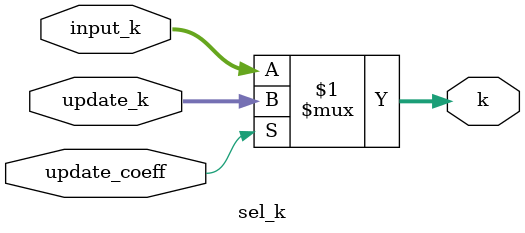
<source format=v>
module sel_k(	// file.cleaned.mlir:2:3
  input  [15:0] input_k,	// file.cleaned.mlir:2:23
                update_k,	// file.cleaned.mlir:2:42
  input         update_coeff,	// file.cleaned.mlir:2:62
  output [15:0] k	// file.cleaned.mlir:2:86
);

  assign k = update_coeff ? update_k : input_k;	// file.cleaned.mlir:3:10, :4:5
endmodule


</source>
